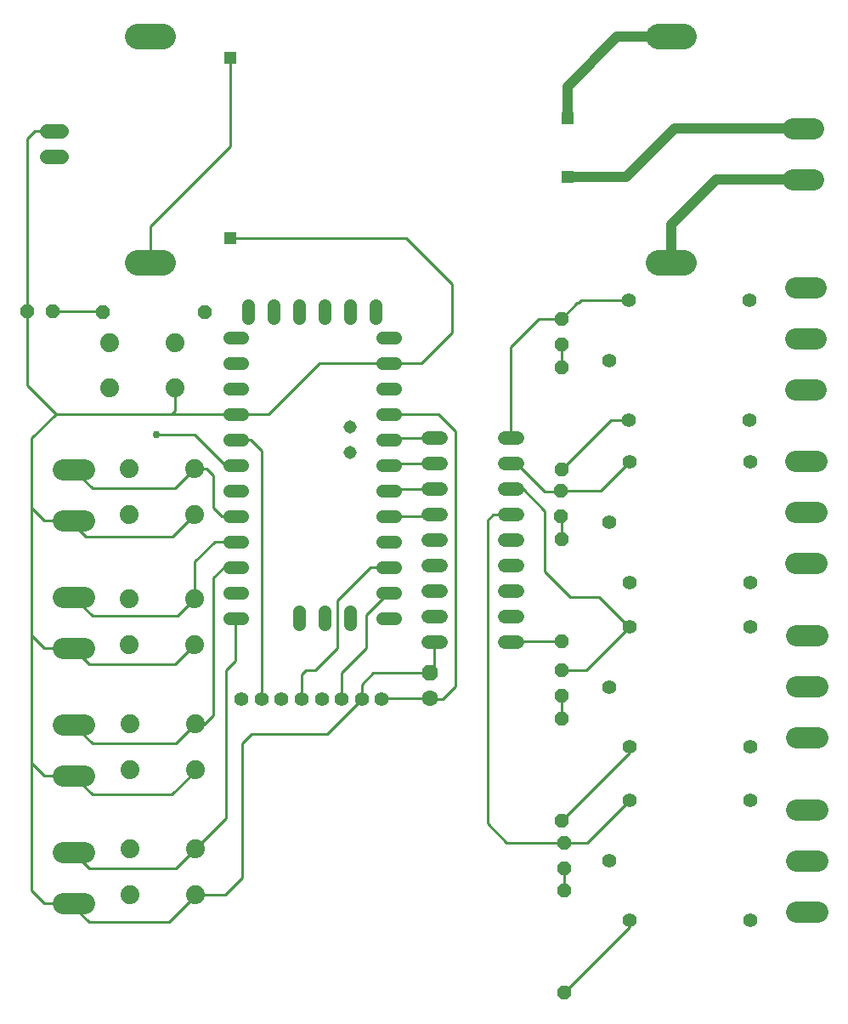
<source format=gbr>
G04 EAGLE Gerber RS-274X export*
G75*
%MOMM*%
%FSLAX34Y34*%
%LPD*%
%INBottom Copper*%
%IPPOS*%
%AMOC8*
5,1,8,0,0,1.08239X$1,22.5*%
G01*
%ADD10P,1.732040X8X112.500000*%
%ADD11C,1.600200*%
%ADD12C,2.540000*%
%ADD13P,1.429621X8X112.500000*%
%ADD14P,1.429621X8X292.500000*%
%ADD15C,1.879600*%
%ADD16C,1.422400*%
%ADD17C,1.308000*%
%ADD18C,1.308000*%
%ADD19R,1.308000X1.308000*%
%ADD20C,1.320800*%
%ADD21P,1.429621X8X202.500000*%
%ADD22P,1.429621X8X22.500000*%
%ADD23C,2.095500*%
%ADD24C,1.422400*%
%ADD25C,1.408000*%
%ADD26C,0.254000*%
%ADD27C,1.016000*%
%ADD28C,0.756400*%


D10*
X419100Y343535D03*
D11*
X419100Y318135D03*
D12*
X647065Y751713D02*
X672465Y751713D01*
X672465Y976757D02*
X647065Y976757D01*
X153035Y751713D02*
X127635Y751713D01*
X127635Y976757D02*
X153035Y976757D01*
D13*
X549910Y670560D03*
X549910Y695960D03*
X549275Y499110D03*
X549275Y524510D03*
D14*
X550545Y647700D03*
X550545Y546100D03*
X549910Y476885D03*
X549910Y375285D03*
D15*
X184277Y501269D03*
X119253Y501269D03*
X184277Y546481D03*
X119253Y546481D03*
D16*
X370990Y317500D03*
X350990Y317500D03*
X330990Y317500D03*
X310990Y317500D03*
X290990Y317500D03*
X270990Y317500D03*
X250990Y317500D03*
X230990Y317500D03*
D17*
X238125Y696405D02*
X238125Y709485D01*
X263525Y709485D02*
X263525Y696405D01*
X288925Y696405D02*
X288925Y709485D01*
X314325Y709485D02*
X314325Y696405D01*
X339725Y696405D02*
X339725Y709485D01*
X365125Y709485D02*
X365125Y696405D01*
X231965Y677545D02*
X218885Y677545D01*
X218885Y652145D02*
X231965Y652145D01*
X231965Y626745D02*
X218885Y626745D01*
X218885Y601345D02*
X231965Y601345D01*
X231965Y575945D02*
X218885Y575945D01*
X218885Y550545D02*
X231965Y550545D01*
X231965Y525145D02*
X218885Y525145D01*
X218885Y499745D02*
X231965Y499745D01*
X231965Y474345D02*
X218885Y474345D01*
X218885Y448945D02*
X231965Y448945D01*
X231965Y423545D02*
X218885Y423545D01*
X218885Y398145D02*
X231965Y398145D01*
X371285Y677545D02*
X384365Y677545D01*
X384365Y652145D02*
X371285Y652145D01*
X371285Y626745D02*
X384365Y626745D01*
X384365Y601345D02*
X371285Y601345D01*
X371285Y575945D02*
X384365Y575945D01*
X384365Y550545D02*
X371285Y550545D01*
X371285Y525145D02*
X384365Y525145D01*
X384365Y499745D02*
X371285Y499745D01*
X371285Y474345D02*
X384365Y474345D01*
X384365Y448945D02*
X371285Y448945D01*
X371285Y423545D02*
X384365Y423545D01*
X384365Y398145D02*
X371285Y398145D01*
X339725Y404685D02*
X339725Y391605D01*
X314325Y391605D02*
X314325Y404685D01*
X288925Y404685D02*
X288925Y391605D01*
D18*
X339725Y588645D03*
X339725Y563245D03*
D19*
X555850Y896075D03*
X555850Y837075D03*
X219850Y776075D03*
X219850Y956075D03*
D20*
X416941Y577215D02*
X430149Y577215D01*
X430149Y551815D02*
X416941Y551815D01*
X416941Y424815D02*
X430149Y424815D01*
X430149Y399415D02*
X416941Y399415D01*
X416941Y526415D02*
X430149Y526415D01*
X430149Y501015D02*
X416941Y501015D01*
X416941Y450215D02*
X430149Y450215D01*
X430149Y475615D02*
X416941Y475615D01*
X416941Y374015D02*
X430149Y374015D01*
X493141Y374015D02*
X506349Y374015D01*
X506349Y399415D02*
X493141Y399415D01*
X493141Y424815D02*
X506349Y424815D01*
X506349Y450215D02*
X493141Y450215D01*
X493141Y475615D02*
X506349Y475615D01*
X506349Y501015D02*
X493141Y501015D01*
X493141Y526415D02*
X506349Y526415D01*
X506349Y551815D02*
X493141Y551815D01*
X493141Y577215D02*
X506349Y577215D01*
D15*
X184277Y371729D03*
X119253Y371729D03*
X184277Y416941D03*
X119253Y416941D03*
X184912Y247269D03*
X119888Y247269D03*
X184912Y292481D03*
X119888Y292481D03*
X184912Y122809D03*
X119888Y122809D03*
X184912Y168021D03*
X119888Y168021D03*
X164592Y626999D03*
X99568Y626999D03*
X164592Y672211D03*
X99568Y672211D03*
D14*
X549910Y297815D03*
X549910Y196215D03*
X552450Y127000D03*
X552450Y25400D03*
D13*
X549910Y320675D03*
X549910Y346075D03*
X552450Y149225D03*
X552450Y174625D03*
D21*
X194310Y702945D03*
X92710Y702945D03*
D22*
X17780Y703580D03*
X43180Y703580D03*
D23*
X780098Y834390D02*
X801053Y834390D01*
X801053Y885190D02*
X780098Y885190D01*
D24*
X51562Y882650D02*
X37338Y882650D01*
X37338Y857250D02*
X51562Y857250D01*
D25*
X737295Y594755D03*
X617295Y714755D03*
X597295Y654755D03*
X737295Y714755D03*
X617295Y594755D03*
X737930Y433465D03*
X617930Y553465D03*
X597930Y493465D03*
X737930Y553465D03*
X617930Y433465D03*
X737930Y269635D03*
X617930Y389635D03*
X597930Y329635D03*
X737930Y389635D03*
X617930Y269635D03*
X737930Y96915D03*
X617930Y216915D03*
X597930Y156915D03*
X737930Y216915D03*
X617930Y96915D03*
D23*
X782638Y625475D02*
X803593Y625475D01*
X803593Y676275D02*
X782638Y676275D01*
X782638Y727075D02*
X803593Y727075D01*
X804228Y452755D02*
X783273Y452755D01*
X783273Y503555D02*
X804228Y503555D01*
X804228Y554355D02*
X783273Y554355D01*
X783908Y279400D02*
X804863Y279400D01*
X804863Y330200D02*
X783908Y330200D01*
X783908Y381000D02*
X804863Y381000D01*
X804863Y105410D02*
X783908Y105410D01*
X783908Y156210D02*
X804863Y156210D01*
X804863Y207010D02*
X783908Y207010D01*
X73978Y546100D02*
X53023Y546100D01*
X53023Y495300D02*
X73978Y495300D01*
X73978Y419100D02*
X53023Y419100D01*
X53023Y368300D02*
X73978Y368300D01*
X73978Y292100D02*
X53023Y292100D01*
X53023Y241300D02*
X73978Y241300D01*
X73978Y165100D02*
X53023Y165100D01*
X53023Y114300D02*
X73978Y114300D01*
D26*
X377825Y575945D02*
X379095Y577215D01*
X423545Y577215D01*
X379095Y551815D02*
X377825Y550545D01*
X379095Y551815D02*
X423545Y551815D01*
X379095Y526415D02*
X377825Y525145D01*
X379095Y526415D02*
X423545Y526415D01*
X422275Y499745D02*
X377825Y499745D01*
X422275Y499745D02*
X423545Y501015D01*
X350990Y331940D02*
X350990Y317500D01*
X362585Y343535D02*
X419100Y343535D01*
X362585Y343535D02*
X350990Y331940D01*
X423545Y347980D02*
X423545Y374015D01*
X423545Y347980D02*
X419100Y343535D01*
X258445Y601345D02*
X225425Y601345D01*
X309245Y652145D02*
X377825Y652145D01*
X309245Y652145D02*
X258445Y601345D01*
X377825Y652145D02*
X410845Y652145D01*
X44450Y882650D02*
X25400Y882650D01*
X17780Y875030D02*
X17780Y703580D01*
X17780Y875030D02*
X25400Y882650D01*
X161925Y601345D02*
X225425Y601345D01*
X161925Y601345D02*
X46355Y601345D01*
X17780Y629920D02*
X17780Y703580D01*
X17780Y629920D02*
X46355Y601345D01*
X164592Y604012D02*
X164592Y626999D01*
X164592Y604012D02*
X161925Y601345D01*
X46355Y601345D02*
X22225Y577215D01*
X22225Y127000D02*
X34925Y114300D01*
X63500Y114300D01*
X22225Y508000D02*
X22225Y577215D01*
X22225Y508000D02*
X22225Y381000D01*
X22225Y254000D01*
X22225Y127000D01*
X34925Y241300D02*
X63500Y241300D01*
X34925Y241300D02*
X22225Y254000D01*
X34925Y368300D02*
X63500Y368300D01*
X34925Y368300D02*
X22225Y381000D01*
X60325Y495300D02*
X63500Y495300D01*
X60325Y495300D02*
X34925Y495300D01*
X22225Y508000D01*
X63500Y111125D02*
X79375Y95250D01*
X63500Y111125D02*
X63500Y114300D01*
X79375Y95250D02*
X158750Y95250D01*
X184912Y121412D02*
X184912Y122809D01*
X184912Y121412D02*
X158750Y95250D01*
X82550Y222250D02*
X63500Y241300D01*
X82550Y222250D02*
X161925Y222250D01*
X184912Y245237D02*
X184912Y247269D01*
X184912Y245237D02*
X161925Y222250D01*
X79375Y352425D02*
X63500Y368300D01*
X79375Y352425D02*
X165100Y352425D01*
X184277Y371602D02*
X184277Y371729D01*
X184277Y371602D02*
X165100Y352425D01*
X162433Y479425D02*
X184277Y501269D01*
X76200Y479425D02*
X60325Y495300D01*
X76200Y479425D02*
X162433Y479425D01*
X350990Y317500D02*
X316065Y282575D01*
X241300Y282575D01*
X231775Y273050D01*
X214884Y122809D02*
X184912Y122809D01*
X231775Y139700D02*
X231775Y273050D01*
X231775Y139700D02*
X214884Y122809D01*
X410845Y652145D02*
X441325Y682625D01*
X441325Y730250D01*
X395500Y776075D01*
X219850Y776075D01*
X63500Y546100D02*
X82550Y527050D01*
X164846Y527050D01*
X184277Y546481D01*
X196469Y546481D01*
X203200Y539750D02*
X203200Y508000D01*
X211455Y499745D01*
X225425Y499745D01*
X203200Y539750D02*
X196469Y546481D01*
X63500Y419100D02*
X82550Y400050D01*
X167386Y400050D02*
X184277Y416941D01*
X167386Y400050D02*
X82550Y400050D01*
X204470Y474345D02*
X225425Y474345D01*
X184277Y454152D02*
X184277Y416941D01*
X184277Y454152D02*
X204470Y474345D01*
X63500Y292100D02*
X82550Y273050D01*
X165481Y273050D01*
X184341Y291910D01*
X184912Y292481D01*
X213995Y448945D02*
X225425Y448945D01*
X213995Y448945D02*
X203200Y438150D01*
X193485Y291910D02*
X184341Y291910D01*
X203200Y301625D02*
X203200Y438150D01*
X203200Y301625D02*
X193485Y291910D01*
X63500Y165100D02*
X79375Y149225D01*
X166116Y149225D01*
X184912Y168021D01*
X215900Y199009D01*
X215900Y346075D02*
X225425Y355600D01*
X225425Y398145D01*
X215900Y346075D02*
X215900Y199009D01*
X92075Y703580D02*
X43180Y703580D01*
X92075Y703580D02*
X92710Y702945D01*
X550545Y546100D02*
X599200Y594755D01*
X617295Y594755D01*
X501015Y375285D02*
X499745Y374015D01*
X501015Y375285D02*
X549910Y375285D01*
X617930Y264235D02*
X549910Y196215D01*
X617930Y264235D02*
X617930Y269635D01*
X617930Y90880D02*
X552450Y25400D01*
X617930Y90880D02*
X617930Y96915D01*
X140335Y751713D02*
X140335Y788035D01*
X219850Y867550D02*
X219850Y956075D01*
X219850Y867550D02*
X140335Y788035D01*
D27*
X605282Y976757D02*
X659765Y976757D01*
X555850Y927325D02*
X555850Y896075D01*
X555850Y927325D02*
X605282Y976757D01*
D26*
X371625Y318135D02*
X370990Y317500D01*
X371625Y318135D02*
X419100Y318135D01*
X427355Y601345D02*
X377825Y601345D01*
X427355Y601345D02*
X444500Y584200D01*
X444500Y330200D02*
X431800Y317500D01*
X419735Y317500D01*
X419100Y318135D01*
X444500Y330200D02*
X444500Y584200D01*
X240030Y575945D02*
X225425Y575945D01*
X250990Y564985D02*
X250990Y317500D01*
X250990Y564985D02*
X240030Y575945D01*
X330990Y343690D02*
X330990Y317500D01*
X355600Y401320D02*
X377825Y423545D01*
X355600Y368300D02*
X330990Y343690D01*
X355600Y368300D02*
X355600Y401320D01*
X360045Y448945D02*
X377825Y448945D01*
X327025Y415925D02*
X327025Y368300D01*
X304800Y346075D01*
X295275Y346075D01*
X290990Y341790D01*
X290990Y317500D01*
X327025Y415925D02*
X360045Y448945D01*
D27*
X704215Y834390D02*
X790575Y834390D01*
X659765Y789940D02*
X659765Y751713D01*
X659765Y789940D02*
X704215Y834390D01*
X662940Y885190D02*
X790575Y885190D01*
X614825Y837075D02*
X555850Y837075D01*
X614825Y837075D02*
X662940Y885190D01*
D26*
X225425Y550545D02*
X214630Y550545D01*
X184150Y581025D01*
X146050Y581025D01*
D28*
X146050Y581025D03*
D26*
X565785Y711835D02*
X566750Y711835D01*
X565785Y711835D02*
X549910Y695960D01*
X569670Y714755D02*
X617295Y714755D01*
X569670Y714755D02*
X566750Y711835D01*
X499745Y668020D02*
X499745Y577215D01*
X527685Y695960D02*
X549910Y695960D01*
X527685Y695960D02*
X499745Y668020D01*
X549275Y524510D02*
X588975Y524510D01*
X617930Y553465D01*
X505460Y551815D02*
X499745Y551815D01*
X505460Y551815D02*
X533400Y523875D01*
X548640Y523875D01*
X549275Y524510D01*
X511810Y526415D02*
X499745Y526415D01*
X533400Y504825D02*
X533400Y444500D01*
X558800Y419100D01*
X533400Y504825D02*
X511810Y526415D01*
X558800Y419100D02*
X587375Y419100D01*
X574370Y346075D02*
X549910Y346075D01*
X574370Y346075D02*
X617930Y389635D01*
X616840Y389635D01*
X587375Y419100D01*
X575640Y174625D02*
X552450Y174625D01*
X575640Y174625D02*
X617930Y216915D01*
X499745Y501015D02*
X481965Y501015D01*
X476250Y495300D01*
X476250Y193675D01*
X495300Y174625D02*
X552450Y174625D01*
X495300Y174625D02*
X476250Y193675D01*
X550545Y647700D02*
X550545Y669925D01*
X549910Y670560D01*
X549275Y499110D02*
X549910Y498475D01*
X549910Y476885D01*
X549910Y320675D02*
X549910Y297815D01*
X552450Y149225D02*
X552450Y127000D01*
M02*

</source>
